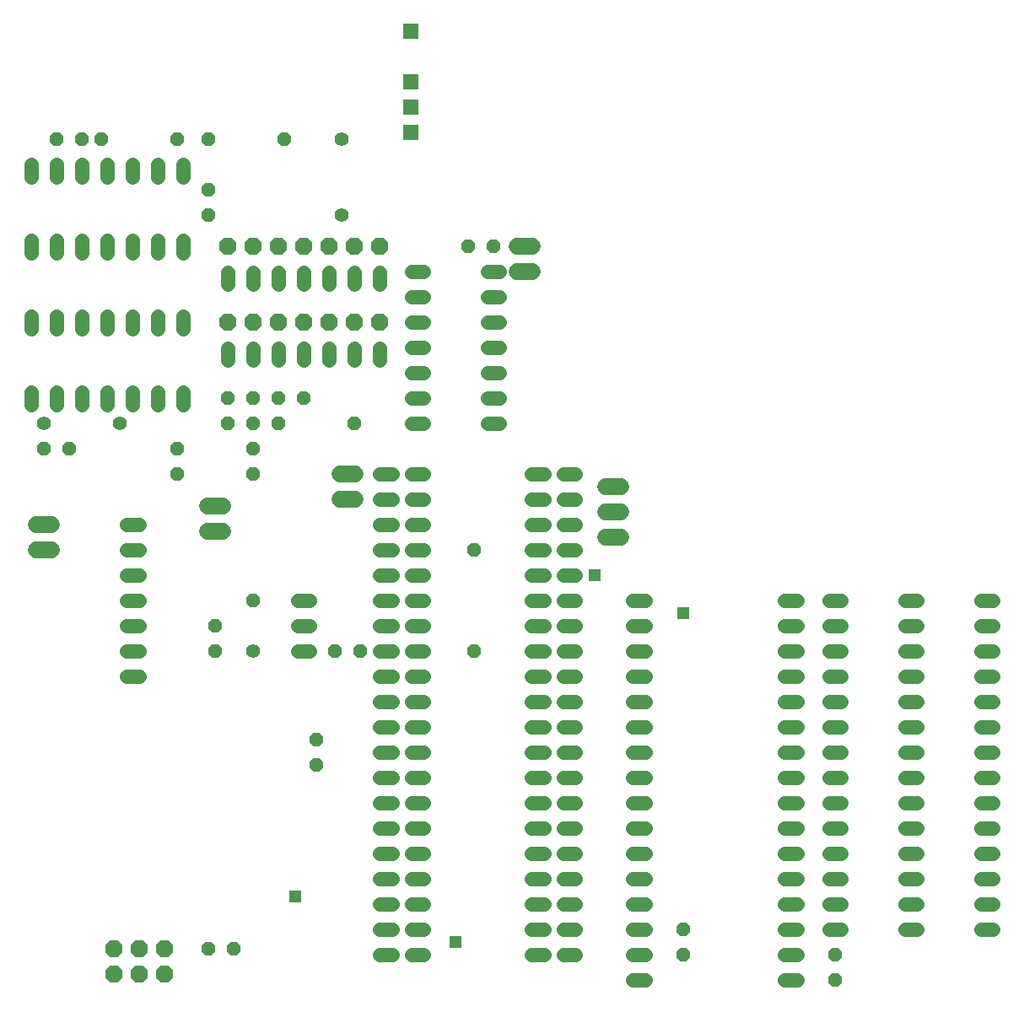
<source format=gbs>
G75*
%MOIN*%
%OFA0B0*%
%FSLAX24Y24*%
%IPPOS*%
%LPD*%
%AMOC8*
5,1,8,0,0,1.08239X$1,22.5*
%
%ADD10C,0.0560*%
%ADD11OC8,0.0560*%
%ADD12C,0.0680*%
%ADD13OC8,0.0680*%
%ADD14C,0.0560*%
%ADD15R,0.0611X0.0611*%
%ADD16R,0.0456X0.0456*%
D10*
X006208Y013910D02*
X006688Y013910D01*
X006688Y014910D02*
X006208Y014910D01*
X006208Y015910D02*
X006688Y015910D01*
X006688Y016910D02*
X006208Y016910D01*
X006208Y017910D02*
X006688Y017910D01*
X006688Y018910D02*
X006208Y018910D01*
X006208Y019910D02*
X006688Y019910D01*
X006448Y024670D02*
X006448Y025150D01*
X005448Y025150D02*
X005448Y024670D01*
X004448Y024670D02*
X004448Y025150D01*
X003448Y025150D02*
X003448Y024670D01*
X002448Y024670D02*
X002448Y025150D01*
X002448Y027670D02*
X002448Y028150D01*
X003448Y028150D02*
X003448Y027670D01*
X004448Y027670D02*
X004448Y028150D01*
X005448Y028150D02*
X005448Y027670D01*
X006448Y027670D02*
X006448Y028150D01*
X007448Y028150D02*
X007448Y027670D01*
X008448Y027670D02*
X008448Y028150D01*
X010198Y026900D02*
X010198Y026420D01*
X011198Y026420D02*
X011198Y026900D01*
X012198Y026900D02*
X012198Y026420D01*
X013198Y026420D02*
X013198Y026900D01*
X014198Y026900D02*
X014198Y026420D01*
X015198Y026420D02*
X015198Y026900D01*
X016198Y026900D02*
X016198Y026420D01*
X017458Y026910D02*
X017938Y026910D01*
X017938Y027910D02*
X017458Y027910D01*
X017458Y028910D02*
X017938Y028910D01*
X017938Y029910D02*
X017458Y029910D01*
X016198Y029900D02*
X016198Y029420D01*
X015198Y029420D02*
X015198Y029900D01*
X014198Y029900D02*
X014198Y029420D01*
X013198Y029420D02*
X013198Y029900D01*
X012198Y029900D02*
X012198Y029420D01*
X011198Y029420D02*
X011198Y029900D01*
X010198Y029900D02*
X010198Y029420D01*
X008448Y030670D02*
X008448Y031150D01*
X007448Y031150D02*
X007448Y030670D01*
X006448Y030670D02*
X006448Y031150D01*
X005448Y031150D02*
X005448Y030670D01*
X004448Y030670D02*
X004448Y031150D01*
X003448Y031150D02*
X003448Y030670D01*
X002448Y030670D02*
X002448Y031150D01*
X002448Y033670D02*
X002448Y034150D01*
X003448Y034150D02*
X003448Y033670D01*
X004448Y033670D02*
X004448Y034150D01*
X005448Y034150D02*
X005448Y033670D01*
X006448Y033670D02*
X006448Y034150D01*
X007448Y034150D02*
X007448Y033670D01*
X008448Y033670D02*
X008448Y034150D01*
X008448Y025150D02*
X008448Y024670D01*
X007448Y024670D02*
X007448Y025150D01*
X012958Y016910D02*
X013438Y016910D01*
X013438Y015910D02*
X012958Y015910D01*
X012958Y014910D02*
X013438Y014910D01*
X016208Y014910D02*
X016688Y014910D01*
X017458Y014910D02*
X017938Y014910D01*
X017938Y013910D02*
X017458Y013910D01*
X016688Y013910D02*
X016208Y013910D01*
X016208Y012910D02*
X016688Y012910D01*
X017458Y012910D02*
X017938Y012910D01*
X017938Y011910D02*
X017458Y011910D01*
X016688Y011910D02*
X016208Y011910D01*
X016208Y010910D02*
X016688Y010910D01*
X017458Y010910D02*
X017938Y010910D01*
X017938Y009910D02*
X017458Y009910D01*
X016688Y009910D02*
X016208Y009910D01*
X016208Y008910D02*
X016688Y008910D01*
X017458Y008910D02*
X017938Y008910D01*
X017938Y007910D02*
X017458Y007910D01*
X016688Y007910D02*
X016208Y007910D01*
X016208Y006910D02*
X016688Y006910D01*
X017458Y006910D02*
X017938Y006910D01*
X017938Y005910D02*
X017458Y005910D01*
X016688Y005910D02*
X016208Y005910D01*
X016208Y004910D02*
X016688Y004910D01*
X017458Y004910D02*
X017938Y004910D01*
X017938Y003910D02*
X017458Y003910D01*
X016688Y003910D02*
X016208Y003910D01*
X016208Y002910D02*
X016688Y002910D01*
X017458Y002910D02*
X017938Y002910D01*
X022208Y002910D02*
X022688Y002910D01*
X023458Y002910D02*
X023938Y002910D01*
X023938Y003910D02*
X023458Y003910D01*
X022688Y003910D02*
X022208Y003910D01*
X022208Y004910D02*
X022688Y004910D01*
X023458Y004910D02*
X023938Y004910D01*
X023938Y005910D02*
X023458Y005910D01*
X022688Y005910D02*
X022208Y005910D01*
X022208Y006910D02*
X022688Y006910D01*
X023458Y006910D02*
X023938Y006910D01*
X023938Y007910D02*
X023458Y007910D01*
X022688Y007910D02*
X022208Y007910D01*
X022208Y008910D02*
X022688Y008910D01*
X023458Y008910D02*
X023938Y008910D01*
X023938Y009910D02*
X023458Y009910D01*
X022688Y009910D02*
X022208Y009910D01*
X022208Y010910D02*
X022688Y010910D01*
X023458Y010910D02*
X023938Y010910D01*
X023938Y011910D02*
X023458Y011910D01*
X022688Y011910D02*
X022208Y011910D01*
X022208Y012910D02*
X022688Y012910D01*
X023458Y012910D02*
X023938Y012910D01*
X023938Y013910D02*
X023458Y013910D01*
X022688Y013910D02*
X022208Y013910D01*
X022208Y014910D02*
X022688Y014910D01*
X023458Y014910D02*
X023938Y014910D01*
X023938Y015910D02*
X023458Y015910D01*
X022688Y015910D02*
X022208Y015910D01*
X022208Y016910D02*
X022688Y016910D01*
X023458Y016910D02*
X023938Y016910D01*
X023938Y017910D02*
X023458Y017910D01*
X022688Y017910D02*
X022208Y017910D01*
X022208Y018910D02*
X022688Y018910D01*
X023458Y018910D02*
X023938Y018910D01*
X023938Y019910D02*
X023458Y019910D01*
X022688Y019910D02*
X022208Y019910D01*
X022208Y020910D02*
X022688Y020910D01*
X023458Y020910D02*
X023938Y020910D01*
X023938Y021910D02*
X023458Y021910D01*
X022688Y021910D02*
X022208Y021910D01*
X020938Y023910D02*
X020458Y023910D01*
X020458Y024910D02*
X020938Y024910D01*
X020938Y025910D02*
X020458Y025910D01*
X020458Y026910D02*
X020938Y026910D01*
X020938Y027910D02*
X020458Y027910D01*
X020458Y028910D02*
X020938Y028910D01*
X020938Y029910D02*
X020458Y029910D01*
X017938Y025910D02*
X017458Y025910D01*
X017458Y024910D02*
X017938Y024910D01*
X017938Y023910D02*
X017458Y023910D01*
X017458Y021910D02*
X017938Y021910D01*
X017938Y020910D02*
X017458Y020910D01*
X016688Y020910D02*
X016208Y020910D01*
X016208Y019910D02*
X016688Y019910D01*
X017458Y019910D02*
X017938Y019910D01*
X017938Y018910D02*
X017458Y018910D01*
X016688Y018910D02*
X016208Y018910D01*
X016208Y017910D02*
X016688Y017910D01*
X017458Y017910D02*
X017938Y017910D01*
X017938Y016910D02*
X017458Y016910D01*
X016688Y016910D02*
X016208Y016910D01*
X016208Y015910D02*
X016688Y015910D01*
X017458Y015910D02*
X017938Y015910D01*
X016688Y021910D02*
X016208Y021910D01*
X026208Y016910D02*
X026688Y016910D01*
X026688Y015910D02*
X026208Y015910D01*
X026208Y014910D02*
X026688Y014910D01*
X026688Y013910D02*
X026208Y013910D01*
X026208Y012910D02*
X026688Y012910D01*
X026688Y011910D02*
X026208Y011910D01*
X026208Y010910D02*
X026688Y010910D01*
X026688Y009910D02*
X026208Y009910D01*
X026208Y008910D02*
X026688Y008910D01*
X026688Y007910D02*
X026208Y007910D01*
X026208Y006910D02*
X026688Y006910D01*
X026688Y005910D02*
X026208Y005910D01*
X026208Y004910D02*
X026688Y004910D01*
X026688Y003910D02*
X026208Y003910D01*
X026208Y002910D02*
X026688Y002910D01*
X026688Y001910D02*
X026208Y001910D01*
X032208Y001910D02*
X032688Y001910D01*
X032688Y002910D02*
X032208Y002910D01*
X032208Y003910D02*
X032688Y003910D01*
X032688Y004910D02*
X032208Y004910D01*
X032208Y005910D02*
X032688Y005910D01*
X032688Y006910D02*
X032208Y006910D01*
X032208Y007910D02*
X032688Y007910D01*
X032688Y008910D02*
X032208Y008910D01*
X032208Y009910D02*
X032688Y009910D01*
X032688Y010910D02*
X032208Y010910D01*
X032208Y011910D02*
X032688Y011910D01*
X032688Y012910D02*
X032208Y012910D01*
X032208Y013910D02*
X032688Y013910D01*
X032688Y014910D02*
X032208Y014910D01*
X032208Y015910D02*
X032688Y015910D01*
X032688Y016910D02*
X032208Y016910D01*
X033958Y016910D02*
X034438Y016910D01*
X033958Y016910D01*
X033958Y015910D02*
X034438Y015910D01*
X033958Y015910D01*
X033958Y014910D02*
X034438Y014910D01*
X033958Y014910D01*
X033958Y013910D02*
X034438Y013910D01*
X033958Y013910D01*
X033958Y012910D02*
X034438Y012910D01*
X033958Y012910D01*
X033958Y011910D02*
X034438Y011910D01*
X033958Y011910D01*
X033958Y010910D02*
X034438Y010910D01*
X033958Y010910D01*
X033958Y009910D02*
X034438Y009910D01*
X033958Y009910D01*
X033958Y008910D02*
X034438Y008910D01*
X033958Y008910D01*
X033958Y007910D02*
X034438Y007910D01*
X033958Y007910D01*
X033958Y006910D02*
X034438Y006910D01*
X033958Y006910D01*
X033958Y005910D02*
X034438Y005910D01*
X033958Y005910D01*
X033958Y004910D02*
X034438Y004910D01*
X033958Y004910D01*
X033958Y003910D02*
X034438Y003910D01*
X033958Y003910D01*
X036958Y003910D02*
X037438Y003910D01*
X037438Y004910D02*
X036958Y004910D01*
X036958Y005910D02*
X037438Y005910D01*
X037438Y006910D02*
X036958Y006910D01*
X036958Y007910D02*
X037438Y007910D01*
X037438Y008910D02*
X036958Y008910D01*
X036958Y009910D02*
X037438Y009910D01*
X037438Y010910D02*
X036958Y010910D01*
X036958Y011910D02*
X037438Y011910D01*
X037438Y012910D02*
X036958Y012910D01*
X036958Y013910D02*
X037438Y013910D01*
X037438Y014910D02*
X036958Y014910D01*
X036958Y015910D02*
X037438Y015910D01*
X037438Y016910D02*
X036958Y016910D01*
X039958Y016910D02*
X040438Y016910D01*
X040438Y015910D02*
X039958Y015910D01*
X039958Y014910D02*
X040438Y014910D01*
X040438Y013910D02*
X039958Y013910D01*
X039958Y012910D02*
X040438Y012910D01*
X040438Y011910D02*
X039958Y011910D01*
X039958Y010910D02*
X040438Y010910D01*
X040438Y009910D02*
X039958Y009910D01*
X039958Y008910D02*
X040438Y008910D01*
X040438Y007910D02*
X039958Y007910D01*
X039958Y006910D02*
X040438Y006910D01*
X040438Y005910D02*
X039958Y005910D01*
X039958Y004910D02*
X040438Y004910D01*
X040438Y003910D02*
X039958Y003910D01*
D11*
X034198Y002910D03*
X034198Y001910D03*
X028198Y002910D03*
X028198Y003910D03*
X019948Y014910D03*
X019948Y018910D03*
X015448Y014910D03*
X014448Y014910D03*
X011198Y016910D03*
X009698Y015910D03*
X009698Y014910D03*
X013698Y011410D03*
X013698Y010410D03*
X010448Y003160D03*
X009448Y003160D03*
X008198Y021910D03*
X008198Y022910D03*
X010198Y023910D03*
X010198Y024910D03*
X011198Y024910D03*
X011198Y023910D03*
X011198Y022910D03*
X012198Y023910D03*
X012198Y024910D03*
X013198Y024910D03*
X015198Y023910D03*
X011198Y021910D03*
X003948Y022910D03*
X002948Y022910D03*
X009448Y032160D03*
X009448Y033160D03*
X009448Y035160D03*
X008198Y035160D03*
X005198Y035160D03*
X004448Y035160D03*
X003448Y035160D03*
X012448Y035160D03*
X019698Y030910D03*
X020698Y030910D03*
D12*
X021648Y030910D02*
X022248Y030910D01*
X022248Y029910D02*
X021648Y029910D01*
X015248Y021910D02*
X014648Y021910D01*
X014648Y020910D02*
X015248Y020910D01*
X009998Y020660D02*
X009398Y020660D01*
X009398Y019660D02*
X009998Y019660D01*
X003248Y019910D02*
X002648Y019910D01*
X002648Y018910D02*
X003248Y018910D01*
X025148Y019410D02*
X025748Y019410D01*
X025748Y020410D02*
X025148Y020410D01*
X025148Y021410D02*
X025748Y021410D01*
D13*
X005698Y002160D03*
X005698Y003160D03*
X006698Y003160D03*
X007698Y003160D03*
X007698Y002160D03*
X006698Y002160D03*
X010198Y027910D03*
X011198Y027910D03*
X012198Y027910D03*
X013198Y027910D03*
X014198Y027910D03*
X015198Y027910D03*
X016198Y027910D03*
X016198Y030910D03*
X015198Y030910D03*
X014198Y030910D03*
X013198Y030910D03*
X012198Y030910D03*
X011198Y030910D03*
X010198Y030910D03*
D14*
X014698Y032160D03*
X014698Y035160D03*
X005948Y023910D03*
X002948Y023910D03*
X011198Y014910D03*
D15*
X017448Y035410D03*
X017448Y036410D03*
X017448Y037410D03*
X017448Y039410D03*
D16*
X024698Y017910D03*
X028198Y016410D03*
X019198Y003410D03*
X012886Y005223D03*
M02*

</source>
